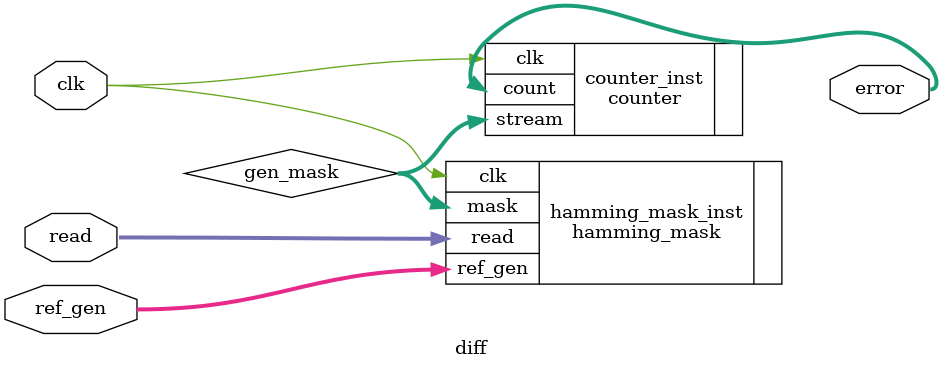
<source format=v>
`timescale 1ns / 1ps
/*
It calculates the errors(n bit long) between a read(m bit long) and a piece refrence genome(m bit long) of same length
PARAMS:
    m       -> total number of bits in the read & refrence genome piece
    n       -> maximum number of bits in the error which can be in m bits of read
INPUTS:
    read    -> m bit long read
    ref_gen -> m bit long piece of refrence genome
    clk     -> clock signal
OUPUTS:
    error   -> n bit number, which shows the total number of edit btween read and refrence genome
*/

module diff #(parameter m = 24,
              parameter n = 5)
             (input [m-1:0] read,
              input [m-1:0] ref_gen,
              input clk,
              output [n-1:0] error);
    
    wire [m-1:0] gen_mask;   // for genreated mask from the Hamming Mask module
    
    // a Hamming Mask instant which will genreate mask 
    hamming_mask #(.m(m)) 
    hamming_mask_inst(.read(read),
                      .ref_gen(ref_gen),
                      .clk(clk),
                      .mask(gen_mask));
    counter #(.m(m),
              .n(n))
    counter_inst(.stream(gen_mask),
               .clk(clk),
               .count(error));
endmodule

</source>
